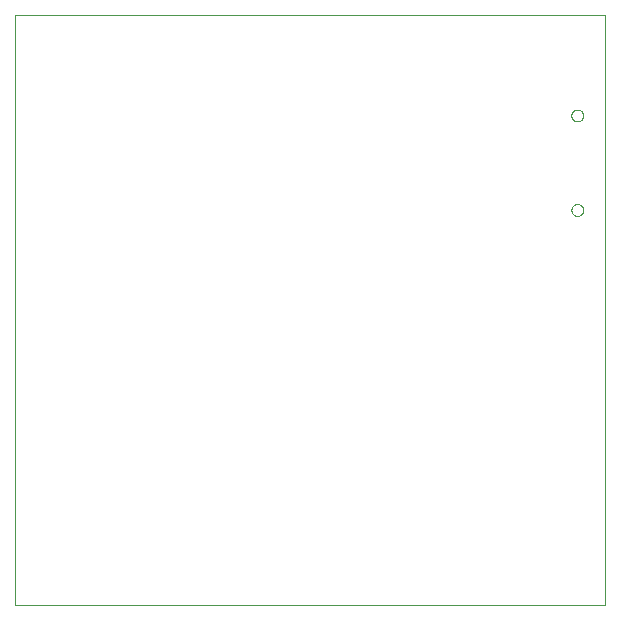
<source format=gtp>
G75*
%MOIN*%
%OFA0B0*%
%FSLAX25Y25*%
%IPPOS*%
%LPD*%
%AMOC8*
5,1,8,0,0,1.08239X$1,22.5*
%
%ADD10C,0.00000*%
D10*
X0001800Y0001800D02*
X0001800Y0198650D01*
X0198650Y0198650D01*
X0198650Y0001800D01*
X0001800Y0001800D01*
X0187331Y0133552D02*
X0187333Y0133640D01*
X0187339Y0133728D01*
X0187349Y0133816D01*
X0187363Y0133904D01*
X0187380Y0133990D01*
X0187402Y0134076D01*
X0187427Y0134160D01*
X0187457Y0134244D01*
X0187489Y0134326D01*
X0187526Y0134406D01*
X0187566Y0134485D01*
X0187610Y0134562D01*
X0187657Y0134637D01*
X0187707Y0134709D01*
X0187761Y0134780D01*
X0187817Y0134847D01*
X0187877Y0134913D01*
X0187939Y0134975D01*
X0188005Y0135035D01*
X0188072Y0135091D01*
X0188143Y0135145D01*
X0188215Y0135195D01*
X0188290Y0135242D01*
X0188367Y0135286D01*
X0188446Y0135326D01*
X0188526Y0135363D01*
X0188608Y0135395D01*
X0188692Y0135425D01*
X0188776Y0135450D01*
X0188862Y0135472D01*
X0188948Y0135489D01*
X0189036Y0135503D01*
X0189124Y0135513D01*
X0189212Y0135519D01*
X0189300Y0135521D01*
X0189388Y0135519D01*
X0189476Y0135513D01*
X0189564Y0135503D01*
X0189652Y0135489D01*
X0189738Y0135472D01*
X0189824Y0135450D01*
X0189908Y0135425D01*
X0189992Y0135395D01*
X0190074Y0135363D01*
X0190154Y0135326D01*
X0190233Y0135286D01*
X0190310Y0135242D01*
X0190385Y0135195D01*
X0190457Y0135145D01*
X0190528Y0135091D01*
X0190595Y0135035D01*
X0190661Y0134975D01*
X0190723Y0134913D01*
X0190783Y0134847D01*
X0190839Y0134780D01*
X0190893Y0134709D01*
X0190943Y0134637D01*
X0190990Y0134562D01*
X0191034Y0134485D01*
X0191074Y0134406D01*
X0191111Y0134326D01*
X0191143Y0134244D01*
X0191173Y0134160D01*
X0191198Y0134076D01*
X0191220Y0133990D01*
X0191237Y0133904D01*
X0191251Y0133816D01*
X0191261Y0133728D01*
X0191267Y0133640D01*
X0191269Y0133552D01*
X0191267Y0133464D01*
X0191261Y0133376D01*
X0191251Y0133288D01*
X0191237Y0133200D01*
X0191220Y0133114D01*
X0191198Y0133028D01*
X0191173Y0132944D01*
X0191143Y0132860D01*
X0191111Y0132778D01*
X0191074Y0132698D01*
X0191034Y0132619D01*
X0190990Y0132542D01*
X0190943Y0132467D01*
X0190893Y0132395D01*
X0190839Y0132324D01*
X0190783Y0132257D01*
X0190723Y0132191D01*
X0190661Y0132129D01*
X0190595Y0132069D01*
X0190528Y0132013D01*
X0190457Y0131959D01*
X0190385Y0131909D01*
X0190310Y0131862D01*
X0190233Y0131818D01*
X0190154Y0131778D01*
X0190074Y0131741D01*
X0189992Y0131709D01*
X0189908Y0131679D01*
X0189824Y0131654D01*
X0189738Y0131632D01*
X0189652Y0131615D01*
X0189564Y0131601D01*
X0189476Y0131591D01*
X0189388Y0131585D01*
X0189300Y0131583D01*
X0189212Y0131585D01*
X0189124Y0131591D01*
X0189036Y0131601D01*
X0188948Y0131615D01*
X0188862Y0131632D01*
X0188776Y0131654D01*
X0188692Y0131679D01*
X0188608Y0131709D01*
X0188526Y0131741D01*
X0188446Y0131778D01*
X0188367Y0131818D01*
X0188290Y0131862D01*
X0188215Y0131909D01*
X0188143Y0131959D01*
X0188072Y0132013D01*
X0188005Y0132069D01*
X0187939Y0132129D01*
X0187877Y0132191D01*
X0187817Y0132257D01*
X0187761Y0132324D01*
X0187707Y0132395D01*
X0187657Y0132467D01*
X0187610Y0132542D01*
X0187566Y0132619D01*
X0187526Y0132698D01*
X0187489Y0132778D01*
X0187457Y0132860D01*
X0187427Y0132944D01*
X0187402Y0133028D01*
X0187380Y0133114D01*
X0187363Y0133200D01*
X0187349Y0133288D01*
X0187339Y0133376D01*
X0187333Y0133464D01*
X0187331Y0133552D01*
X0187331Y0165048D02*
X0187333Y0165136D01*
X0187339Y0165224D01*
X0187349Y0165312D01*
X0187363Y0165400D01*
X0187380Y0165486D01*
X0187402Y0165572D01*
X0187427Y0165656D01*
X0187457Y0165740D01*
X0187489Y0165822D01*
X0187526Y0165902D01*
X0187566Y0165981D01*
X0187610Y0166058D01*
X0187657Y0166133D01*
X0187707Y0166205D01*
X0187761Y0166276D01*
X0187817Y0166343D01*
X0187877Y0166409D01*
X0187939Y0166471D01*
X0188005Y0166531D01*
X0188072Y0166587D01*
X0188143Y0166641D01*
X0188215Y0166691D01*
X0188290Y0166738D01*
X0188367Y0166782D01*
X0188446Y0166822D01*
X0188526Y0166859D01*
X0188608Y0166891D01*
X0188692Y0166921D01*
X0188776Y0166946D01*
X0188862Y0166968D01*
X0188948Y0166985D01*
X0189036Y0166999D01*
X0189124Y0167009D01*
X0189212Y0167015D01*
X0189300Y0167017D01*
X0189388Y0167015D01*
X0189476Y0167009D01*
X0189564Y0166999D01*
X0189652Y0166985D01*
X0189738Y0166968D01*
X0189824Y0166946D01*
X0189908Y0166921D01*
X0189992Y0166891D01*
X0190074Y0166859D01*
X0190154Y0166822D01*
X0190233Y0166782D01*
X0190310Y0166738D01*
X0190385Y0166691D01*
X0190457Y0166641D01*
X0190528Y0166587D01*
X0190595Y0166531D01*
X0190661Y0166471D01*
X0190723Y0166409D01*
X0190783Y0166343D01*
X0190839Y0166276D01*
X0190893Y0166205D01*
X0190943Y0166133D01*
X0190990Y0166058D01*
X0191034Y0165981D01*
X0191074Y0165902D01*
X0191111Y0165822D01*
X0191143Y0165740D01*
X0191173Y0165656D01*
X0191198Y0165572D01*
X0191220Y0165486D01*
X0191237Y0165400D01*
X0191251Y0165312D01*
X0191261Y0165224D01*
X0191267Y0165136D01*
X0191269Y0165048D01*
X0191267Y0164960D01*
X0191261Y0164872D01*
X0191251Y0164784D01*
X0191237Y0164696D01*
X0191220Y0164610D01*
X0191198Y0164524D01*
X0191173Y0164440D01*
X0191143Y0164356D01*
X0191111Y0164274D01*
X0191074Y0164194D01*
X0191034Y0164115D01*
X0190990Y0164038D01*
X0190943Y0163963D01*
X0190893Y0163891D01*
X0190839Y0163820D01*
X0190783Y0163753D01*
X0190723Y0163687D01*
X0190661Y0163625D01*
X0190595Y0163565D01*
X0190528Y0163509D01*
X0190457Y0163455D01*
X0190385Y0163405D01*
X0190310Y0163358D01*
X0190233Y0163314D01*
X0190154Y0163274D01*
X0190074Y0163237D01*
X0189992Y0163205D01*
X0189908Y0163175D01*
X0189824Y0163150D01*
X0189738Y0163128D01*
X0189652Y0163111D01*
X0189564Y0163097D01*
X0189476Y0163087D01*
X0189388Y0163081D01*
X0189300Y0163079D01*
X0189212Y0163081D01*
X0189124Y0163087D01*
X0189036Y0163097D01*
X0188948Y0163111D01*
X0188862Y0163128D01*
X0188776Y0163150D01*
X0188692Y0163175D01*
X0188608Y0163205D01*
X0188526Y0163237D01*
X0188446Y0163274D01*
X0188367Y0163314D01*
X0188290Y0163358D01*
X0188215Y0163405D01*
X0188143Y0163455D01*
X0188072Y0163509D01*
X0188005Y0163565D01*
X0187939Y0163625D01*
X0187877Y0163687D01*
X0187817Y0163753D01*
X0187761Y0163820D01*
X0187707Y0163891D01*
X0187657Y0163963D01*
X0187610Y0164038D01*
X0187566Y0164115D01*
X0187526Y0164194D01*
X0187489Y0164274D01*
X0187457Y0164356D01*
X0187427Y0164440D01*
X0187402Y0164524D01*
X0187380Y0164610D01*
X0187363Y0164696D01*
X0187349Y0164784D01*
X0187339Y0164872D01*
X0187333Y0164960D01*
X0187331Y0165048D01*
M02*

</source>
